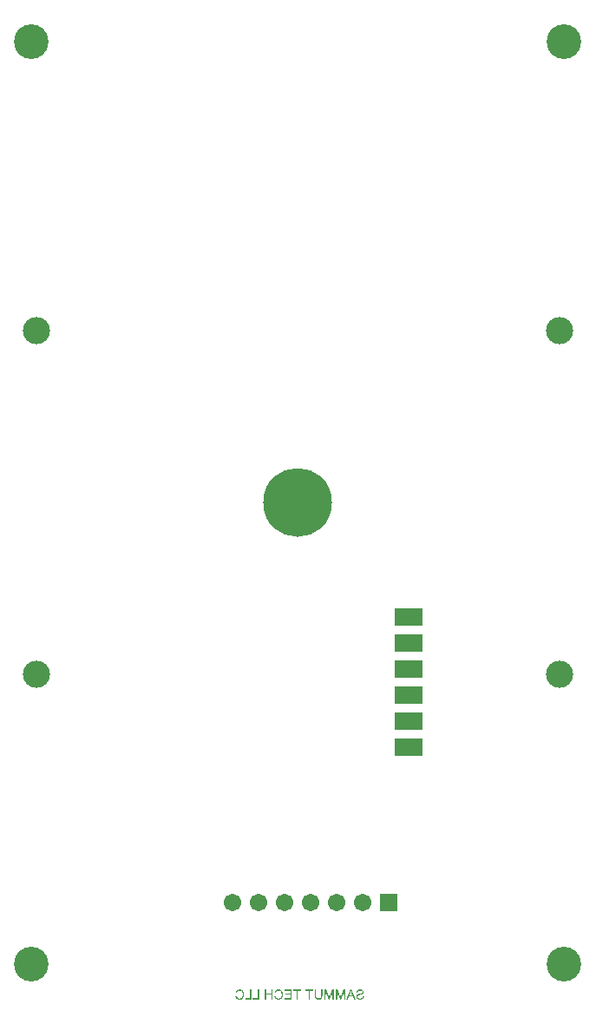
<source format=gbs>
%FSAX24Y24*%
%MOIN*%
G70*
G01*
G75*
G04 Layer_Color=16711935*
G04:AMPARAMS|DCode=10|XSize=24mil|YSize=59.1mil|CornerRadius=0.6mil|HoleSize=0mil|Usage=FLASHONLY|Rotation=90.000|XOffset=0mil|YOffset=0mil|HoleType=Round|Shape=RoundedRectangle|*
%AMROUNDEDRECTD10*
21,1,0.0240,0.0579,0,0,90.0*
21,1,0.0228,0.0591,0,0,90.0*
1,1,0.0012,0.0289,0.0114*
1,1,0.0012,0.0289,-0.0114*
1,1,0.0012,-0.0289,-0.0114*
1,1,0.0012,-0.0289,0.0114*
%
%ADD10ROUNDEDRECTD10*%
G04:AMPARAMS|DCode=11|XSize=24mil|YSize=59.1mil|CornerRadius=0.6mil|HoleSize=0mil|Usage=FLASHONLY|Rotation=0.000|XOffset=0mil|YOffset=0mil|HoleType=Round|Shape=RoundedRectangle|*
%AMROUNDEDRECTD11*
21,1,0.0240,0.0579,0,0,0.0*
21,1,0.0228,0.0591,0,0,0.0*
1,1,0.0012,0.0114,-0.0289*
1,1,0.0012,-0.0114,-0.0289*
1,1,0.0012,-0.0114,0.0289*
1,1,0.0012,0.0114,0.0289*
%
%ADD11ROUNDEDRECTD11*%
%ADD12R,0.2362X0.1969*%
%ADD13R,0.0276X0.0512*%
G04:AMPARAMS|DCode=14|XSize=21.7mil|YSize=68.9mil|CornerRadius=0mil|HoleSize=0mil|Usage=FLASHONLY|Rotation=45.000|XOffset=0mil|YOffset=0mil|HoleType=Round|Shape=Round|*
%AMOVALD14*
21,1,0.0472,0.0217,0.0000,0.0000,135.0*
1,1,0.0217,0.0167,-0.0167*
1,1,0.0217,-0.0167,0.0167*
%
%ADD14OVALD14*%

G04:AMPARAMS|DCode=15|XSize=21.7mil|YSize=68.9mil|CornerRadius=0mil|HoleSize=0mil|Usage=FLASHONLY|Rotation=135.000|XOffset=0mil|YOffset=0mil|HoleType=Round|Shape=Round|*
%AMOVALD15*
21,1,0.0472,0.0217,0.0000,0.0000,225.0*
1,1,0.0217,0.0167,0.0167*
1,1,0.0217,-0.0167,-0.0167*
%
%ADD15OVALD15*%

G04:AMPARAMS|DCode=16|XSize=70.9mil|YSize=63mil|CornerRadius=0mil|HoleSize=0mil|Usage=FLASHONLY|Rotation=225.000|XOffset=0mil|YOffset=0mil|HoleType=Round|Shape=Rectangle|*
%AMROTATEDRECTD16*
4,1,4,0.0028,0.0473,0.0473,0.0028,-0.0028,-0.0473,-0.0473,-0.0028,0.0028,0.0473,0.0*
%
%ADD16ROTATEDRECTD16*%

%ADD17R,0.0709X0.0630*%
%ADD18R,0.0512X0.0591*%
%ADD19C,0.0079*%
%ADD20R,0.0394X0.0394*%
%ADD21C,0.0591*%
%ADD22R,0.0591X0.0591*%
%ADD23C,0.1250*%
%ADD24C,0.0961*%
%ADD25C,0.0394*%
%ADD26C,0.2559*%
%ADD27R,0.0984X0.0591*%
%ADD28C,0.0100*%
%ADD29C,0.0236*%
%ADD30C,0.0098*%
%ADD31C,0.0050*%
%ADD32R,0.1575X0.1575*%
G04:AMPARAMS|DCode=33|XSize=32mil|YSize=67.1mil|CornerRadius=4.6mil|HoleSize=0mil|Usage=FLASHONLY|Rotation=90.000|XOffset=0mil|YOffset=0mil|HoleType=Round|Shape=RoundedRectangle|*
%AMROUNDEDRECTD33*
21,1,0.0320,0.0579,0,0,90.0*
21,1,0.0228,0.0671,0,0,90.0*
1,1,0.0092,0.0289,0.0114*
1,1,0.0092,0.0289,-0.0114*
1,1,0.0092,-0.0289,-0.0114*
1,1,0.0092,-0.0289,0.0114*
%
%ADD33ROUNDEDRECTD33*%
G04:AMPARAMS|DCode=34|XSize=32mil|YSize=67.1mil|CornerRadius=4.6mil|HoleSize=0mil|Usage=FLASHONLY|Rotation=0.000|XOffset=0mil|YOffset=0mil|HoleType=Round|Shape=RoundedRectangle|*
%AMROUNDEDRECTD34*
21,1,0.0320,0.0579,0,0,0.0*
21,1,0.0228,0.0671,0,0,0.0*
1,1,0.0092,0.0114,-0.0289*
1,1,0.0092,-0.0114,-0.0289*
1,1,0.0092,-0.0114,0.0289*
1,1,0.0092,0.0114,0.0289*
%
%ADD34ROUNDEDRECTD34*%
%ADD35R,0.2442X0.2049*%
%ADD36R,0.0356X0.0592*%
G04:AMPARAMS|DCode=37|XSize=37.4mil|YSize=84.6mil|CornerRadius=0mil|HoleSize=0mil|Usage=FLASHONLY|Rotation=45.000|XOffset=0mil|YOffset=0mil|HoleType=Round|Shape=Round|*
%AMOVALD37*
21,1,0.0472,0.0374,0.0000,0.0000,135.0*
1,1,0.0374,0.0167,-0.0167*
1,1,0.0374,-0.0167,0.0167*
%
%ADD37OVALD37*%

G04:AMPARAMS|DCode=38|XSize=37.4mil|YSize=84.6mil|CornerRadius=0mil|HoleSize=0mil|Usage=FLASHONLY|Rotation=135.000|XOffset=0mil|YOffset=0mil|HoleType=Round|Shape=Round|*
%AMOVALD38*
21,1,0.0472,0.0374,0.0000,0.0000,225.0*
1,1,0.0374,0.0167,0.0167*
1,1,0.0374,-0.0167,-0.0167*
%
%ADD38OVALD38*%

G04:AMPARAMS|DCode=39|XSize=78.9mil|YSize=71mil|CornerRadius=0mil|HoleSize=0mil|Usage=FLASHONLY|Rotation=225.000|XOffset=0mil|YOffset=0mil|HoleType=Round|Shape=Rectangle|*
%AMROTATEDRECTD39*
4,1,4,0.0028,0.0530,0.0530,0.0028,-0.0028,-0.0530,-0.0530,-0.0028,0.0028,0.0530,0.0*
%
%ADD39ROTATEDRECTD39*%

%ADD40R,0.0789X0.0710*%
%ADD41R,0.0592X0.0671*%
%ADD42C,0.0671*%
%ADD43R,0.0671X0.0671*%
%ADD44C,0.1330*%
%ADD45C,0.1041*%
%ADD46C,0.2639*%
%ADD47R,0.1064X0.0671*%
G36*
X031907Y012646D02*
X031783D01*
Y012313D01*
X031732D01*
Y012646D01*
X031608D01*
Y012691D01*
X031907D01*
Y012646D01*
D02*
G37*
G36*
X032377D02*
X032252D01*
Y012313D01*
X032202D01*
Y012646D01*
X032077D01*
Y012691D01*
X032377D01*
Y012646D01*
D02*
G37*
G36*
X034003Y012313D02*
X033950D01*
X033909Y012428D01*
X033751D01*
X033707Y012313D01*
X033650D01*
X033804Y012691D01*
X033859D01*
X034003Y012313D01*
D02*
G37*
G36*
X031555D02*
X031273D01*
Y012358D01*
X031505D01*
Y012486D01*
X031296D01*
Y012531D01*
X031505D01*
Y012646D01*
X031282D01*
Y012691D01*
X031555D01*
Y012313D01*
D02*
G37*
G36*
X034198Y012697D02*
X034211Y012695D01*
X034223Y012693D01*
X034233Y012691D01*
X034241Y012689D01*
X034245Y012688D01*
X034248Y012686D01*
X034250Y012685D01*
X034252Y012685D01*
X034253Y012684D01*
X034253D01*
X034264Y012679D01*
X034274Y012673D01*
X034282Y012666D01*
X034289Y012660D01*
X034294Y012655D01*
X034297Y012650D01*
X034300Y012647D01*
X034301Y012647D01*
Y012646D01*
X034306Y012637D01*
X034310Y012627D01*
X034313Y012618D01*
X034314Y012610D01*
X034315Y012603D01*
X034317Y012597D01*
Y012595D01*
Y012594D01*
Y012593D01*
Y012593D01*
X034316Y012583D01*
X034314Y012575D01*
X034312Y012566D01*
X034310Y012559D01*
X034308Y012554D01*
X034306Y012549D01*
X034304Y012547D01*
X034303Y012546D01*
X034298Y012538D01*
X034291Y012531D01*
X034285Y012525D01*
X034278Y012520D01*
X034273Y012516D01*
X034268Y012513D01*
X034265Y012511D01*
X034264Y012510D01*
X034264D01*
X034259Y012508D01*
X034254Y012506D01*
X034243Y012502D01*
X034231Y012498D01*
X034219Y012494D01*
X034208Y012491D01*
X034203Y012490D01*
X034199Y012489D01*
X034195Y012488D01*
X034193Y012487D01*
X034191Y012487D01*
X034190D01*
X034181Y012484D01*
X034172Y012482D01*
X034165Y012480D01*
X034158Y012478D01*
X034152Y012477D01*
X034146Y012475D01*
X034141Y012474D01*
X034137Y012472D01*
X034134Y012471D01*
X034131Y012471D01*
X034127Y012469D01*
X034124Y012469D01*
X034123Y012468D01*
X034115Y012465D01*
X034108Y012461D01*
X034102Y012457D01*
X034098Y012454D01*
X034094Y012451D01*
X034092Y012448D01*
X034090Y012447D01*
X034089Y012446D01*
X034086Y012441D01*
X034083Y012436D01*
X034081Y012430D01*
X034080Y012426D01*
X034079Y012422D01*
X034078Y012418D01*
Y012416D01*
Y012415D01*
X034079Y012409D01*
X034080Y012403D01*
X034082Y012397D01*
X034084Y012393D01*
X034086Y012388D01*
X034088Y012386D01*
X034089Y012383D01*
X034089Y012383D01*
X034094Y012377D01*
X034099Y012373D01*
X034105Y012369D01*
X034110Y012365D01*
X034114Y012363D01*
X034118Y012361D01*
X034121Y012360D01*
X034122Y012359D01*
X034130Y012357D01*
X034139Y012354D01*
X034148Y012353D01*
X034155Y012352D01*
X034162Y012352D01*
X034167Y012351D01*
X034172D01*
X034184Y012352D01*
X034195Y012353D01*
X034205Y012354D01*
X034214Y012357D01*
X034221Y012359D01*
X034226Y012361D01*
X034228Y012361D01*
X034230Y012362D01*
X034230Y012362D01*
X034231D01*
X034240Y012366D01*
X034248Y012371D01*
X034254Y012376D01*
X034259Y012381D01*
X034264Y012385D01*
X034266Y012389D01*
X034268Y012391D01*
X034268Y012392D01*
X034272Y012399D01*
X034276Y012406D01*
X034278Y012415D01*
X034280Y012422D01*
X034282Y012429D01*
X034283Y012434D01*
Y012436D01*
X034284Y012437D01*
Y012438D01*
Y012439D01*
X034331Y012434D01*
X034330Y012421D01*
X034327Y012407D01*
X034324Y012396D01*
X034320Y012386D01*
X034317Y012377D01*
X034315Y012374D01*
X034314Y012371D01*
X034312Y012369D01*
X034312Y012368D01*
X034311Y012366D01*
Y012366D01*
X034302Y012356D01*
X034294Y012346D01*
X034284Y012339D01*
X034276Y012332D01*
X034268Y012327D01*
X034261Y012324D01*
X034259Y012323D01*
X034258Y012322D01*
X034256Y012321D01*
X034256D01*
X034242Y012316D01*
X034228Y012312D01*
X034214Y012310D01*
X034200Y012308D01*
X034194Y012308D01*
X034188Y012307D01*
X034183D01*
X034179Y012306D01*
X034170D01*
X034155Y012307D01*
X034142Y012309D01*
X034129Y012311D01*
X034119Y012314D01*
X034110Y012316D01*
X034106Y012318D01*
X034103Y012319D01*
X034101Y012320D01*
X034099Y012321D01*
X034098Y012321D01*
X034098D01*
X034086Y012327D01*
X034076Y012334D01*
X034068Y012341D01*
X034060Y012347D01*
X034055Y012353D01*
X034051Y012358D01*
X034048Y012361D01*
X034048Y012362D01*
Y012362D01*
X034042Y012373D01*
X034038Y012382D01*
X034035Y012392D01*
X034033Y012400D01*
X034032Y012408D01*
X034030Y012414D01*
Y012416D01*
Y012418D01*
Y012418D01*
Y012419D01*
X034031Y012430D01*
X034033Y012440D01*
X034035Y012449D01*
X034038Y012457D01*
X034041Y012464D01*
X034044Y012469D01*
X034046Y012471D01*
X034046Y012472D01*
X034053Y012481D01*
X034060Y012488D01*
X034069Y012495D01*
X034077Y012501D01*
X034084Y012505D01*
X034090Y012508D01*
X034092Y012510D01*
X034094Y012511D01*
X034095Y012511D01*
X034095D01*
X034100Y012513D01*
X034105Y012515D01*
X034111Y012517D01*
X034118Y012519D01*
X034131Y012523D01*
X034146Y012527D01*
X034152Y012529D01*
X034158Y012530D01*
X034164Y012532D01*
X034169Y012533D01*
X034173Y012534D01*
X034176Y012535D01*
X034178Y012535D01*
X034179D01*
X034190Y012538D01*
X034200Y012540D01*
X034208Y012543D01*
X034216Y012545D01*
X034223Y012548D01*
X034229Y012550D01*
X034235Y012552D01*
X034240Y012554D01*
X034243Y012556D01*
X034247Y012558D01*
X034249Y012559D01*
X034251Y012560D01*
X034254Y012562D01*
X034254Y012563D01*
X034259Y012568D01*
X034262Y012573D01*
X034265Y012579D01*
X034267Y012584D01*
X034268Y012589D01*
X034268Y012593D01*
Y012595D01*
Y012596D01*
X034267Y012605D01*
X034265Y012612D01*
X034262Y012619D01*
X034258Y012625D01*
X034255Y012629D01*
X034252Y012633D01*
X034249Y012635D01*
X034248Y012636D01*
X034244Y012638D01*
X034240Y012641D01*
X034229Y012646D01*
X034218Y012648D01*
X034207Y012650D01*
X034197Y012652D01*
X034193Y012652D01*
X034190Y012653D01*
X034182D01*
X034167Y012652D01*
X034153Y012650D01*
X034142Y012647D01*
X034133Y012643D01*
X034126Y012640D01*
X034121Y012637D01*
X034118Y012635D01*
X034117Y012634D01*
X034109Y012626D01*
X034103Y012618D01*
X034098Y012609D01*
X034095Y012601D01*
X034093Y012593D01*
X034091Y012587D01*
X034090Y012584D01*
X034090Y012582D01*
Y012581D01*
Y012581D01*
X034042Y012584D01*
X034043Y012596D01*
X034046Y012607D01*
X034048Y012618D01*
X034052Y012626D01*
X034056Y012634D01*
X034058Y012639D01*
X034059Y012641D01*
X034060Y012642D01*
X034061Y012643D01*
Y012643D01*
X034068Y012653D01*
X034076Y012661D01*
X034084Y012668D01*
X034092Y012673D01*
X034099Y012678D01*
X034105Y012681D01*
X034107Y012682D01*
X034108Y012683D01*
X034110Y012684D01*
X034110D01*
X034122Y012688D01*
X034135Y012691D01*
X034147Y012694D01*
X034159Y012696D01*
X034169Y012697D01*
X034173D01*
X034177Y012697D01*
X034184D01*
X034198Y012697D01*
D02*
G37*
G36*
X030003Y012313D02*
X029767D01*
Y012358D01*
X029953D01*
Y012691D01*
X030003D01*
Y012313D01*
D02*
G37*
G36*
X030297D02*
X030060D01*
Y012358D01*
X030247D01*
Y012691D01*
X030297D01*
Y012313D01*
D02*
G37*
G36*
X033171D02*
X033123D01*
Y012635D01*
X033014Y012313D01*
X032969D01*
X032859Y012629D01*
Y012313D01*
X032811D01*
Y012691D01*
X032878D01*
X032968Y012428D01*
X032973Y012413D01*
X032977Y012401D01*
X032981Y012391D01*
X032984Y012382D01*
X032986Y012376D01*
X032988Y012371D01*
X032988Y012368D01*
X032989Y012367D01*
X032991Y012375D01*
X032994Y012383D01*
X032997Y012393D01*
X033000Y012402D01*
X033002Y012410D01*
X033004Y012417D01*
X033006Y012419D01*
X033006Y012421D01*
X033007Y012422D01*
Y012423D01*
X033096Y012691D01*
X033171D01*
Y012313D01*
D02*
G37*
G36*
X033611D02*
X033563D01*
Y012635D01*
X033454Y012313D01*
X033409D01*
X033299Y012629D01*
Y012313D01*
X033251D01*
Y012691D01*
X033318D01*
X033409Y012428D01*
X033413Y012413D01*
X033417Y012401D01*
X033421Y012391D01*
X033424Y012382D01*
X033426Y012376D01*
X033428Y012371D01*
X033428Y012368D01*
X033429Y012367D01*
X033431Y012375D01*
X033434Y012383D01*
X033437Y012393D01*
X033440Y012402D01*
X033442Y012410D01*
X033445Y012417D01*
X033446Y012419D01*
X033446Y012421D01*
X033447Y012422D01*
Y012423D01*
X033536Y012691D01*
X033611D01*
Y012313D01*
D02*
G37*
G36*
X030821D02*
X030771D01*
Y012491D01*
X030575D01*
Y012313D01*
X030525D01*
Y012691D01*
X030575D01*
Y012536D01*
X030771D01*
Y012691D01*
X030821D01*
Y012313D01*
D02*
G37*
G36*
X029562Y012696D02*
X029579Y012694D01*
X029595Y012690D01*
X029602Y012688D01*
X029608Y012686D01*
X029614Y012684D01*
X029620Y012682D01*
X029624Y012680D01*
X029629Y012678D01*
X029631Y012677D01*
X029633Y012676D01*
X029635Y012675D01*
X029636Y012674D01*
X029650Y012665D01*
X029663Y012654D01*
X029674Y012643D01*
X029683Y012632D01*
X029690Y012623D01*
X029693Y012618D01*
X029695Y012614D01*
X029697Y012612D01*
X029698Y012609D01*
X029699Y012608D01*
X029700Y012607D01*
X029707Y012590D01*
X029713Y012573D01*
X029716Y012555D01*
X029719Y012540D01*
X029720Y012532D01*
X029721Y012525D01*
X029721Y012520D01*
Y012514D01*
X029722Y012511D01*
Y012507D01*
Y012505D01*
Y012505D01*
X029721Y012485D01*
X029719Y012466D01*
X029716Y012449D01*
X029714Y012441D01*
X029712Y012434D01*
X029710Y012427D01*
X029708Y012421D01*
X029707Y012416D01*
X029706Y012411D01*
X029704Y012408D01*
X029703Y012405D01*
X029702Y012404D01*
Y012403D01*
X029694Y012387D01*
X029685Y012372D01*
X029675Y012359D01*
X029670Y012354D01*
X029666Y012350D01*
X029661Y012345D01*
X029657Y012341D01*
X029653Y012338D01*
X029650Y012336D01*
X029648Y012334D01*
X029645Y012332D01*
X029644Y012332D01*
X029644Y012331D01*
X029636Y012327D01*
X029629Y012323D01*
X029612Y012317D01*
X029596Y012312D01*
X029580Y012310D01*
X029572Y012309D01*
X029566Y012308D01*
X029560Y012307D01*
X029555D01*
X029550Y012306D01*
X029544D01*
X029534Y012307D01*
X029523Y012308D01*
X029513Y012309D01*
X029504Y012311D01*
X029495Y012314D01*
X029487Y012317D01*
X029479Y012320D01*
X029472Y012323D01*
X029466Y012326D01*
X029460Y012328D01*
X029456Y012331D01*
X029452Y012334D01*
X029449Y012336D01*
X029446Y012337D01*
X029445Y012338D01*
X029445Y012339D01*
X029437Y012345D01*
X029430Y012352D01*
X029424Y012359D01*
X029418Y012367D01*
X029409Y012382D01*
X029401Y012398D01*
X029398Y012405D01*
X029395Y012411D01*
X029393Y012417D01*
X029391Y012422D01*
X029389Y012427D01*
X029388Y012430D01*
X029388Y012432D01*
Y012433D01*
X029438Y012445D01*
X029440Y012436D01*
X029443Y012428D01*
X029446Y012421D01*
X029448Y012413D01*
X029452Y012407D01*
X029455Y012401D01*
X029459Y012396D01*
X029462Y012391D01*
X029465Y012387D01*
X029468Y012383D01*
X029471Y012380D01*
X029473Y012377D01*
X029475Y012376D01*
X029477Y012374D01*
X029477Y012374D01*
X029478Y012373D01*
X029483Y012369D01*
X029489Y012365D01*
X029501Y012359D01*
X029513Y012355D01*
X029524Y012352D01*
X029534Y012350D01*
X029538Y012350D01*
X029542D01*
X029545Y012349D01*
X029549D01*
X029561Y012350D01*
X029573Y012352D01*
X029584Y012354D01*
X029594Y012358D01*
X029602Y012361D01*
X029605Y012363D01*
X029608Y012364D01*
X029610Y012365D01*
X029612Y012366D01*
X029613Y012366D01*
X029613D01*
X029624Y012374D01*
X029632Y012382D01*
X029640Y012392D01*
X029646Y012400D01*
X029651Y012408D01*
X029654Y012415D01*
X029655Y012417D01*
X029656Y012419D01*
X029657Y012420D01*
Y012421D01*
X029661Y012435D01*
X029665Y012449D01*
X029667Y012463D01*
X029669Y012476D01*
X029670Y012482D01*
X029670Y012488D01*
Y012493D01*
X029671Y012496D01*
Y012500D01*
Y012502D01*
Y012504D01*
Y012505D01*
X029670Y012519D01*
X029669Y012532D01*
X029667Y012544D01*
X029665Y012555D01*
X029663Y012564D01*
X029662Y012568D01*
X029661Y012571D01*
X029660Y012574D01*
X029660Y012576D01*
X029659Y012577D01*
Y012577D01*
X029654Y012590D01*
X029648Y012601D01*
X029641Y012611D01*
X029634Y012619D01*
X029628Y012625D01*
X029623Y012630D01*
X029619Y012632D01*
X029619Y012634D01*
X029618D01*
X029607Y012641D01*
X029594Y012646D01*
X029582Y012650D01*
X029571Y012652D01*
X029560Y012654D01*
X029556Y012654D01*
X029552D01*
X029549Y012655D01*
X029545D01*
X029531Y012654D01*
X029519Y012652D01*
X029508Y012649D01*
X029499Y012646D01*
X029492Y012642D01*
X029487Y012639D01*
X029483Y012637D01*
X029482Y012636D01*
X029473Y012627D01*
X029465Y012618D01*
X029459Y012608D01*
X029453Y012599D01*
X029449Y012590D01*
X029447Y012585D01*
X029446Y012582D01*
X029445Y012579D01*
X029444Y012577D01*
X029443Y012576D01*
Y012576D01*
X029394Y012587D01*
X029398Y012597D01*
X029401Y012606D01*
X029405Y012614D01*
X029409Y012622D01*
X029413Y012629D01*
X029418Y012636D01*
X029423Y012642D01*
X029427Y012648D01*
X029431Y012652D01*
X029435Y012656D01*
X029439Y012660D01*
X029442Y012663D01*
X029445Y012666D01*
X029447Y012667D01*
X029448Y012668D01*
X029448Y012668D01*
X029456Y012673D01*
X029464Y012678D01*
X029471Y012682D01*
X029479Y012685D01*
X029496Y012690D01*
X029511Y012694D01*
X029518Y012695D01*
X029524Y012696D01*
X029530Y012696D01*
X029535Y012697D01*
X029538Y012697D01*
X029544D01*
X029562Y012696D01*
D02*
G37*
G36*
X031059D02*
X031076Y012694D01*
X031091Y012690D01*
X031098Y012688D01*
X031105Y012686D01*
X031111Y012684D01*
X031116Y012682D01*
X031121Y012680D01*
X031125Y012678D01*
X031128Y012677D01*
X031130Y012676D01*
X031132Y012675D01*
X031132Y012674D01*
X031147Y012665D01*
X031160Y012654D01*
X031170Y012643D01*
X031180Y012632D01*
X031187Y012623D01*
X031190Y012618D01*
X031192Y012614D01*
X031194Y012612D01*
X031195Y012609D01*
X031196Y012608D01*
X031196Y012607D01*
X031204Y012590D01*
X031209Y012573D01*
X031213Y012555D01*
X031216Y012540D01*
X031217Y012532D01*
X031217Y012525D01*
X031218Y012520D01*
Y012514D01*
X031219Y012511D01*
Y012507D01*
Y012505D01*
Y012505D01*
X031217Y012485D01*
X031215Y012466D01*
X031212Y012449D01*
X031210Y012441D01*
X031209Y012434D01*
X031207Y012427D01*
X031205Y012421D01*
X031203Y012416D01*
X031202Y012411D01*
X031200Y012408D01*
X031200Y012405D01*
X031199Y012404D01*
Y012403D01*
X031191Y012387D01*
X031181Y012372D01*
X031172Y012359D01*
X031167Y012354D01*
X031162Y012350D01*
X031158Y012345D01*
X031154Y012341D01*
X031150Y012338D01*
X031146Y012336D01*
X031144Y012334D01*
X031142Y012332D01*
X031141Y012332D01*
X031140Y012331D01*
X031133Y012327D01*
X031125Y012323D01*
X031109Y012317D01*
X031092Y012312D01*
X031077Y012310D01*
X031069Y012309D01*
X031062Y012308D01*
X031056Y012307D01*
X031051D01*
X031047Y012306D01*
X031041D01*
X031030Y012307D01*
X031020Y012308D01*
X031010Y012309D01*
X031001Y012311D01*
X030992Y012314D01*
X030984Y012317D01*
X030976Y012320D01*
X030969Y012323D01*
X030963Y012326D01*
X030957Y012328D01*
X030953Y012331D01*
X030948Y012334D01*
X030946Y012336D01*
X030943Y012337D01*
X030942Y012338D01*
X030941Y012339D01*
X030933Y012345D01*
X030927Y012352D01*
X030921Y012359D01*
X030915Y012367D01*
X030905Y012382D01*
X030897Y012398D01*
X030894Y012405D01*
X030891Y012411D01*
X030889Y012417D01*
X030888Y012422D01*
X030886Y012427D01*
X030885Y012430D01*
X030884Y012432D01*
Y012433D01*
X030935Y012445D01*
X030937Y012436D01*
X030940Y012428D01*
X030942Y012421D01*
X030945Y012413D01*
X030948Y012407D01*
X030952Y012401D01*
X030955Y012396D01*
X030959Y012391D01*
X030961Y012387D01*
X030965Y012383D01*
X030967Y012380D01*
X030970Y012377D01*
X030972Y012376D01*
X030973Y012374D01*
X030974Y012374D01*
X030974Y012373D01*
X030980Y012369D01*
X030986Y012365D01*
X030998Y012359D01*
X031009Y012355D01*
X031021Y012352D01*
X031031Y012350D01*
X031035Y012350D01*
X031038D01*
X031042Y012349D01*
X031045D01*
X031058Y012350D01*
X031070Y012352D01*
X031081Y012354D01*
X031091Y012358D01*
X031098Y012361D01*
X031102Y012363D01*
X031104Y012364D01*
X031107Y012365D01*
X031108Y012366D01*
X031109Y012366D01*
X031110D01*
X031120Y012374D01*
X031129Y012382D01*
X031137Y012392D01*
X031143Y012400D01*
X031148Y012408D01*
X031151Y012415D01*
X031152Y012417D01*
X031153Y012419D01*
X031154Y012420D01*
Y012421D01*
X031158Y012435D01*
X031161Y012449D01*
X031164Y012463D01*
X031166Y012476D01*
X031166Y012482D01*
X031167Y012488D01*
Y012493D01*
X031167Y012496D01*
Y012500D01*
Y012502D01*
Y012504D01*
Y012505D01*
X031167Y012519D01*
X031166Y012532D01*
X031163Y012544D01*
X031161Y012555D01*
X031160Y012564D01*
X031158Y012568D01*
X031157Y012571D01*
X031157Y012574D01*
X031156Y012576D01*
X031156Y012577D01*
Y012577D01*
X031150Y012590D01*
X031144Y012601D01*
X031138Y012611D01*
X031131Y012619D01*
X031125Y012625D01*
X031120Y012630D01*
X031116Y012632D01*
X031115Y012634D01*
X031115D01*
X031103Y012641D01*
X031091Y012646D01*
X031079Y012650D01*
X031067Y012652D01*
X031057Y012654D01*
X031053Y012654D01*
X031049D01*
X031046Y012655D01*
X031042D01*
X031028Y012654D01*
X031015Y012652D01*
X031005Y012649D01*
X030996Y012646D01*
X030989Y012642D01*
X030983Y012639D01*
X030980Y012637D01*
X030979Y012636D01*
X030970Y012627D01*
X030962Y012618D01*
X030955Y012608D01*
X030950Y012599D01*
X030946Y012590D01*
X030944Y012585D01*
X030943Y012582D01*
X030942Y012579D01*
X030941Y012577D01*
X030940Y012576D01*
Y012576D01*
X030891Y012587D01*
X030894Y012597D01*
X030897Y012606D01*
X030902Y012614D01*
X030906Y012622D01*
X030910Y012629D01*
X030915Y012636D01*
X030919Y012642D01*
X030924Y012648D01*
X030928Y012652D01*
X030932Y012656D01*
X030936Y012660D01*
X030938Y012663D01*
X030941Y012666D01*
X030943Y012667D01*
X030944Y012668D01*
X030945Y012668D01*
X030953Y012673D01*
X030960Y012678D01*
X030968Y012682D01*
X030976Y012685D01*
X030992Y012690D01*
X031007Y012694D01*
X031014Y012695D01*
X031020Y012696D01*
X031026Y012696D01*
X031031Y012697D01*
X031035Y012697D01*
X031041D01*
X031059Y012696D01*
D02*
G37*
G36*
X032729Y012472D02*
Y012462D01*
X032728Y012451D01*
X032728Y012441D01*
X032727Y012432D01*
X032725Y012424D01*
X032724Y012416D01*
X032723Y012409D01*
X032722Y012403D01*
X032721Y012397D01*
X032719Y012392D01*
X032718Y012387D01*
X032717Y012384D01*
X032716Y012381D01*
X032715Y012379D01*
X032715Y012378D01*
Y012377D01*
X032709Y012365D01*
X032701Y012354D01*
X032693Y012346D01*
X032685Y012338D01*
X032678Y012332D01*
X032672Y012328D01*
X032670Y012327D01*
X032668Y012326D01*
X032667Y012324D01*
X032666D01*
X032653Y012318D01*
X032639Y012314D01*
X032624Y012311D01*
X032610Y012309D01*
X032604Y012308D01*
X032598Y012308D01*
X032593Y012307D01*
X032588D01*
X032585Y012306D01*
X032580D01*
X032560Y012308D01*
X032551Y012309D01*
X032543Y012310D01*
X032535Y012311D01*
X032528Y012313D01*
X032521Y012315D01*
X032515Y012317D01*
X032510Y012319D01*
X032505Y012321D01*
X032501Y012322D01*
X032498Y012324D01*
X032495Y012326D01*
X032493Y012326D01*
X032492Y012327D01*
X032492D01*
X032480Y012335D01*
X032470Y012345D01*
X032462Y012353D01*
X032456Y012362D01*
X032451Y012370D01*
X032448Y012376D01*
X032446Y012378D01*
X032445Y012380D01*
X032445Y012381D01*
Y012381D01*
X032443Y012388D01*
X032440Y012395D01*
X032437Y012410D01*
X032435Y012425D01*
X032433Y012440D01*
X032433Y012446D01*
X032432Y012453D01*
Y012458D01*
X032432Y012463D01*
Y012467D01*
Y012470D01*
Y012472D01*
Y012472D01*
Y012691D01*
X032482D01*
Y012472D01*
Y012460D01*
X032483Y012448D01*
X032484Y012437D01*
X032486Y012428D01*
X032487Y012419D01*
X032490Y012411D01*
X032491Y012404D01*
X032493Y012398D01*
X032496Y012393D01*
X032498Y012388D01*
X032500Y012385D01*
X032502Y012381D01*
X032503Y012379D01*
X032504Y012377D01*
X032505Y012377D01*
X032505Y012376D01*
X032510Y012372D01*
X032516Y012368D01*
X032528Y012362D01*
X032540Y012358D01*
X032553Y012355D01*
X032565Y012353D01*
X032570Y012352D01*
X032575D01*
X032579Y012352D01*
X032584D01*
X032596Y012352D01*
X032606Y012354D01*
X032616Y012356D01*
X032623Y012358D01*
X032630Y012361D01*
X032635Y012362D01*
X032638Y012364D01*
X032639Y012364D01*
X032646Y012369D01*
X032653Y012375D01*
X032658Y012381D01*
X032662Y012387D01*
X032665Y012392D01*
X032668Y012396D01*
X032669Y012399D01*
X032670Y012400D01*
X032671Y012405D01*
X032673Y012410D01*
X032675Y012421D01*
X032676Y012433D01*
X032677Y012445D01*
X032678Y012456D01*
Y012460D01*
X032679Y012464D01*
Y012468D01*
Y012470D01*
Y012472D01*
Y012472D01*
Y012691D01*
X032729D01*
Y012472D01*
D02*
G37*
%LPC*%
G36*
X033833Y012652D02*
X033829Y012639D01*
X033825Y012626D01*
X033820Y012613D01*
X033816Y012600D01*
X033814Y012595D01*
X033812Y012589D01*
X033810Y012584D01*
X033809Y012581D01*
X033808Y012577D01*
X033807Y012575D01*
X033806Y012573D01*
Y012572D01*
X033767Y012469D01*
X033894D01*
X033853Y012579D01*
X033849Y012593D01*
X033845Y012606D01*
X033841Y012618D01*
X033838Y012629D01*
X033836Y012638D01*
X033835Y012642D01*
X033834Y012646D01*
X033833Y012648D01*
Y012650D01*
X033833Y012651D01*
Y012652D01*
D02*
G37*
%LPD*%
D42*
X029291Y016043D02*
D03*
X030291D02*
D03*
X031291D02*
D03*
X032291D02*
D03*
X034291D02*
D03*
X033291D02*
D03*
D43*
X035291D02*
D03*
D44*
X021555Y013681D02*
D03*
X042028D02*
D03*
Y049114D02*
D03*
X021555D02*
D03*
D45*
X041831Y037992D02*
D03*
Y024803D02*
D03*
X021752Y037992D02*
D03*
Y024803D02*
D03*
D46*
X031791Y031398D02*
D03*
D47*
X036033Y021994D02*
D03*
Y022994D02*
D03*
Y023994D02*
D03*
Y024994D02*
D03*
Y025994D02*
D03*
Y026994D02*
D03*
M02*

</source>
